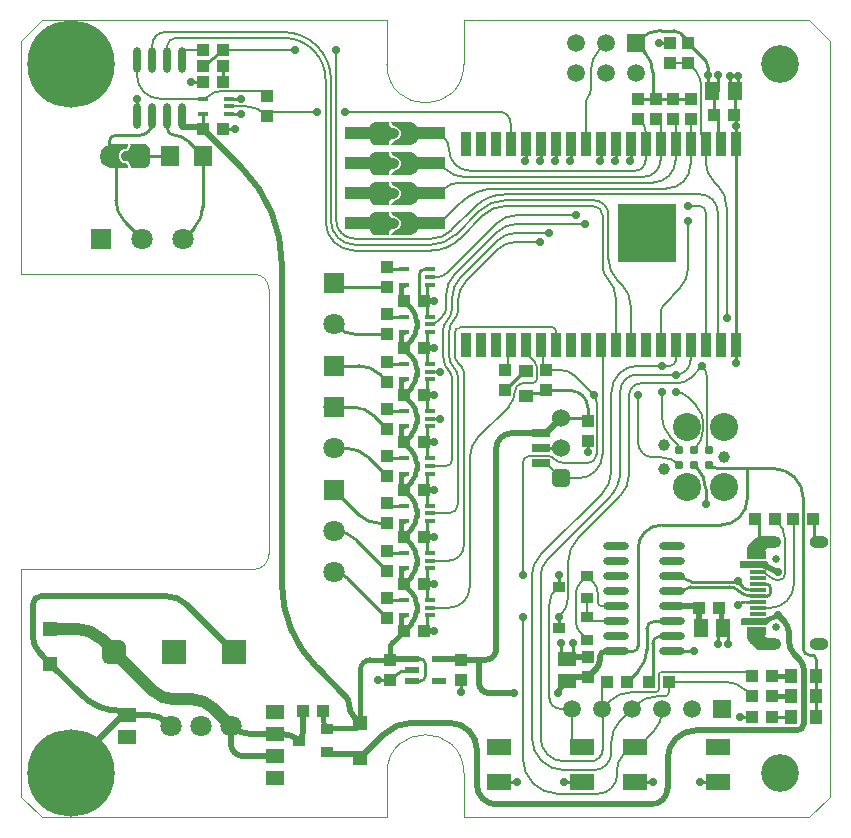
<source format=gtl>
G04*
G04 #@! TF.GenerationSoftware,Altium Limited,Altium Designer,24.4.0 (9)*
G04*
G04 Layer_Physical_Order=1*
G04 Layer_Color=3394611*
%FSLAX25Y25*%
%MOIN*%
G70*
G04*
G04 #@! TF.SameCoordinates,65D136BF-7807-4BE3-8BD7-7ED8223B60D1*
G04*
G04*
G04 #@! TF.FilePolarity,Positive*
G04*
G01*
G75*
%ADD10C,0.00591*%
%ADD11C,0.00591*%
%ADD12C,0.01968*%
%ADD13C,0.00787*%
%ADD14C,0.00984*%
%ADD15C,0.00394*%
%ADD18R,0.07874X0.07874*%
%ADD19R,0.12205X0.03937*%
%ADD20R,0.04803X0.04921*%
%ADD21R,0.04331X0.03937*%
%ADD22R,0.03543X0.01575*%
%ADD23R,0.05709X0.01181*%
%ADD24R,0.05906X0.05118*%
%ADD25R,0.03937X0.04331*%
%ADD26O,0.08661X0.02362*%
%ADD27R,0.03937X0.05118*%
%ADD28R,0.05118X0.05906*%
%ADD29R,0.03937X0.03347*%
%ADD30R,0.03937X0.03347*%
%ADD31O,0.02362X0.08661*%
%ADD32R,0.05906X0.03150*%
%ADD33R,0.07874X0.05512*%
%ADD34R,0.04528X0.02362*%
%ADD35R,0.05118X0.03937*%
%ADD36R,0.06299X0.07087*%
%ADD37R,0.03543X0.07874*%
%ADD79C,0.01575*%
%ADD80C,0.03937*%
%ADD81C,0.03098*%
%ADD82C,0.01968*%
%ADD83R,0.01575X0.03937*%
%ADD84R,0.19685X0.19685*%
%ADD85C,0.09350*%
%ADD86C,0.03902*%
%ADD87C,0.02559*%
%ADD88O,0.08268X0.03937*%
%ADD89O,0.06299X0.03937*%
%ADD90R,0.07087X0.07087*%
%ADD91C,0.07087*%
%ADD92C,0.29134*%
%ADD93R,0.07087X0.07087*%
%ADD94R,0.05906X0.05906*%
%ADD95C,0.05906*%
G04:AMPARAMS|DCode=96|XSize=78.74mil|YSize=78.74mil|CornerRadius=19.68mil|HoleSize=0mil|Usage=FLASHONLY|Rotation=180.000|XOffset=0mil|YOffset=0mil|HoleType=Round|Shape=RoundedRectangle|*
%AMROUNDEDRECTD96*
21,1,0.07874,0.03937,0,0,180.0*
21,1,0.03937,0.07874,0,0,180.0*
1,1,0.03937,-0.01968,0.01968*
1,1,0.03937,0.01968,0.01968*
1,1,0.03937,0.01968,-0.01968*
1,1,0.03937,-0.01968,-0.01968*
%
%ADD96ROUNDEDRECTD96*%
%ADD97R,0.05906X0.05906*%
G04:AMPARAMS|DCode=98|XSize=60mil|YSize=60mil|CornerRadius=15mil|HoleSize=0mil|Usage=FLASHONLY|Rotation=270.000|XOffset=0mil|YOffset=0mil|HoleType=Round|Shape=RoundedRectangle|*
%AMROUNDEDRECTD98*
21,1,0.06000,0.03000,0,0,270.0*
21,1,0.03000,0.06000,0,0,270.0*
1,1,0.03000,-0.01500,-0.01500*
1,1,0.03000,-0.01500,0.01500*
1,1,0.03000,0.01500,0.01500*
1,1,0.03000,0.01500,-0.01500*
%
%ADD98ROUNDEDRECTD98*%
%ADD99C,0.06000*%
%ADD100C,0.12598*%
%ADD101C,0.02756*%
G36*
X122716Y231968D02*
X122677Y231624D01*
X122772Y230939D01*
X123090Y230325D01*
X123593Y229851D01*
X123898Y229685D01*
X124269Y229759D01*
X125004Y229576D01*
X125590Y229095D01*
X125915Y228410D01*
X125915Y227653D01*
X125590Y226968D01*
X125004Y226487D01*
X124269Y226304D01*
X123898Y226378D01*
X123590Y226207D01*
X123083Y225724D01*
X122766Y225100D01*
X122674Y224405D01*
X122717Y224056D01*
X121437Y224056D01*
X118386Y224095D01*
X117959D01*
X117170Y224421D01*
X116567Y225025D01*
X116240Y225813D01*
Y226240D01*
Y228031D01*
Y229823D01*
Y230250D01*
X116567Y231038D01*
X117170Y231642D01*
X117959Y231968D01*
X121437D01*
X122716Y231968D01*
D02*
G37*
G36*
X130099Y231818D02*
X130812Y231523D01*
X131454Y231094D01*
X132000Y230548D01*
X132428Y229907D01*
X132723Y229194D01*
X132874Y228437D01*
Y228051D01*
Y227661D01*
X132722Y226897D01*
X132424Y226177D01*
X131991Y225529D01*
X131440Y224978D01*
X130791Y224545D01*
X130071Y224247D01*
X129307Y224095D01*
X126555D01*
X123507Y224095D01*
X123501Y224352D01*
X123648Y224844D01*
X123938Y225268D01*
X124345Y225582D01*
X124587Y225669D01*
X124587Y225669D01*
X125006Y225761D01*
X125764Y226161D01*
X126330Y226803D01*
X126633Y227603D01*
X126633Y228460D01*
X126330Y229260D01*
X125764Y229902D01*
X125007Y230302D01*
X124587Y230394D01*
X124587Y230394D01*
X124345Y230481D01*
X123938Y230795D01*
X123648Y231219D01*
X123502Y231712D01*
X123507Y231968D01*
X123507Y231968D01*
X126555Y231968D01*
X129342D01*
X130099Y231818D01*
D02*
G37*
G36*
X122717Y224056D02*
X122717D01*
D01*
X122717D01*
D02*
G37*
G36*
X37795Y224448D02*
X40846Y224410D01*
X41273D01*
X42062Y224083D01*
X42665Y223479D01*
X42992Y222691D01*
Y222264D01*
X42992D01*
X42992Y220472D01*
X42992Y218681D01*
X42992D01*
Y218254D01*
X42665Y217466D01*
X42062Y216862D01*
X41273Y216535D01*
X37795D01*
X37795Y216535D01*
Y216535D01*
X36516D01*
X36556Y216880D01*
X36460Y217565D01*
X36143Y218179D01*
X35639Y218653D01*
X35335Y218819D01*
X35335Y218819D01*
X34963Y218745D01*
X34228Y218928D01*
X33642Y219409D01*
X33318Y220094D01*
X33318Y220851D01*
X33642Y221536D01*
X34228Y222017D01*
X34963Y222200D01*
X35335Y222126D01*
Y222126D01*
X35642Y222297D01*
X36149Y222780D01*
X36467Y223404D01*
X36559Y224099D01*
X36516Y224448D01*
Y224448D01*
X37795Y224448D01*
D02*
G37*
G36*
X35725Y224409D02*
X35731Y224152D01*
X35585Y223660D01*
X35294Y223236D01*
X34887Y222922D01*
X34646Y222835D01*
X34646Y222835D01*
X34226Y222743D01*
X33469Y222343D01*
X32902Y221701D01*
X32599Y220901D01*
X32599Y220044D01*
X32902Y219244D01*
X33469Y218602D01*
X34226Y218202D01*
X34646Y218110D01*
X34646Y218110D01*
X34887Y218023D01*
X35294Y217709D01*
X35584Y217285D01*
X35731Y216792D01*
X35725Y216536D01*
X35725Y216536D01*
X32677Y216535D01*
X29949D01*
X29192Y216686D01*
X28479Y216981D01*
X27837Y217410D01*
X27292Y217956D01*
X26863Y218597D01*
X26568Y219310D01*
X26417Y220067D01*
Y220453D01*
Y220843D01*
X26569Y221607D01*
X26868Y222327D01*
X27301Y222975D01*
X27852Y223526D01*
X28500Y223959D01*
X29220Y224257D01*
X29984Y224410D01*
X32677D01*
X35725Y224409D01*
D02*
G37*
G36*
X122716Y221969D02*
X122677Y221624D01*
X122772Y220939D01*
X123090Y220325D01*
X123593Y219851D01*
X123898Y219685D01*
X124269Y219759D01*
X125004Y219576D01*
X125590Y219095D01*
X125915Y218410D01*
X125915Y217653D01*
X125590Y216968D01*
X125004Y216487D01*
X124269Y216304D01*
X123898Y216378D01*
X123590Y216207D01*
X123083Y215724D01*
X122766Y215100D01*
X122674Y214405D01*
X122717Y214056D01*
X121437Y214056D01*
X118386Y214094D01*
X117959D01*
X117170Y214421D01*
X116567Y215025D01*
X116240Y215813D01*
Y216240D01*
Y218032D01*
Y219823D01*
Y220250D01*
X116567Y221038D01*
X117170Y221642D01*
X117959Y221969D01*
X121437D01*
X122716Y221969D01*
D02*
G37*
G36*
X130099Y221818D02*
X130812Y221523D01*
X131454Y221094D01*
X132000Y220548D01*
X132428Y219907D01*
X132723Y219194D01*
X132874Y218437D01*
Y218051D01*
Y217661D01*
X132722Y216897D01*
X132424Y216177D01*
X131991Y215529D01*
X131440Y214978D01*
X130791Y214545D01*
X130071Y214247D01*
X129307Y214094D01*
X126555D01*
X123507Y214095D01*
X123501Y214352D01*
X123648Y214844D01*
X123938Y215268D01*
X124345Y215582D01*
X124587Y215669D01*
X124587Y215669D01*
X125006Y215761D01*
X125764Y216161D01*
X126330Y216803D01*
X126633Y217603D01*
X126633Y218460D01*
X126330Y219260D01*
X125764Y219902D01*
X125007Y220302D01*
X124587Y220394D01*
X124587Y220394D01*
X124345Y220481D01*
X123938Y220795D01*
X123648Y221219D01*
X123502Y221711D01*
X123507Y221968D01*
X123507Y221968D01*
X126555Y221969D01*
X129342D01*
X130099Y221818D01*
D02*
G37*
G36*
X122717Y214056D02*
X122717D01*
D01*
X122717D01*
D02*
G37*
G36*
X122716Y211968D02*
X122677Y211624D01*
X122772Y210939D01*
X123090Y210325D01*
X123593Y209851D01*
X123898Y209685D01*
X124269Y209759D01*
X125004Y209576D01*
X125590Y209095D01*
X125915Y208410D01*
X125915Y207653D01*
X125590Y206968D01*
X125004Y206487D01*
X124269Y206304D01*
X123898Y206378D01*
X123590Y206207D01*
X123083Y205724D01*
X122766Y205100D01*
X122674Y204405D01*
X122717Y204056D01*
X121437Y204056D01*
X118386Y204095D01*
X117959D01*
X117170Y204421D01*
X116567Y205025D01*
X116240Y205813D01*
Y206240D01*
Y208032D01*
Y209823D01*
Y210250D01*
X116567Y211038D01*
X117170Y211642D01*
X117959Y211968D01*
X121437D01*
X122716Y211968D01*
D02*
G37*
G36*
X130099Y211818D02*
X130812Y211523D01*
X131454Y211094D01*
X132000Y210548D01*
X132428Y209907D01*
X132723Y209194D01*
X132874Y208437D01*
Y208051D01*
Y207662D01*
X132722Y206897D01*
X132424Y206177D01*
X131991Y205529D01*
X131440Y204978D01*
X130791Y204545D01*
X130071Y204247D01*
X129307Y204095D01*
X126555D01*
X123507Y204095D01*
X123501Y204351D01*
X123648Y204844D01*
X123938Y205268D01*
X124345Y205582D01*
X124587Y205669D01*
X124587Y205669D01*
X125006Y205761D01*
X125764Y206161D01*
X126330Y206803D01*
X126633Y207603D01*
X126633Y208459D01*
X126330Y209260D01*
X125764Y209902D01*
X125007Y210302D01*
X124587Y210394D01*
X124587Y210394D01*
X124345Y210481D01*
X123938Y210795D01*
X123648Y211219D01*
X123502Y211712D01*
X123507Y211968D01*
X123507Y211968D01*
X126555Y211968D01*
X129342D01*
X130099Y211818D01*
D02*
G37*
G36*
X122717Y204056D02*
X122717D01*
D01*
X122717D01*
D02*
G37*
G36*
X122716Y201969D02*
X122677Y201624D01*
X122772Y200939D01*
X123090Y200325D01*
X123593Y199851D01*
X123898Y199685D01*
X124269Y199759D01*
X125004Y199576D01*
X125590Y199095D01*
X125915Y198410D01*
X125915Y197653D01*
X125590Y196968D01*
X125004Y196487D01*
X124269Y196304D01*
X123898Y196378D01*
X123590Y196207D01*
X123083Y195724D01*
X122766Y195100D01*
X122674Y194405D01*
X122717Y194056D01*
X121437Y194056D01*
X118386Y194095D01*
X117959D01*
X117170Y194421D01*
X116567Y195025D01*
X116240Y195813D01*
Y196240D01*
Y198031D01*
Y199823D01*
Y200250D01*
X116567Y201038D01*
X117170Y201642D01*
X117959Y201969D01*
X121437D01*
X122716Y201969D01*
D02*
G37*
G36*
X130099Y201818D02*
X130812Y201523D01*
X131454Y201094D01*
X132000Y200548D01*
X132428Y199907D01*
X132723Y199194D01*
X132874Y198437D01*
Y198051D01*
Y197661D01*
X132722Y196897D01*
X132424Y196177D01*
X131991Y195529D01*
X131440Y194978D01*
X130791Y194545D01*
X130071Y194246D01*
X129307Y194095D01*
X128524D01*
Y194095D01*
X126555D01*
X123507Y194095D01*
X123501Y194351D01*
X123648Y194844D01*
X123938Y195268D01*
X124345Y195582D01*
X124587Y195669D01*
X124587Y195669D01*
X125006Y195761D01*
X125764Y196161D01*
X126330Y196803D01*
X126633Y197603D01*
X126633Y198459D01*
X126330Y199260D01*
X125764Y199902D01*
X125007Y200302D01*
X124587Y200394D01*
X124587Y200394D01*
X124345Y200481D01*
X123938Y200795D01*
X123648Y201219D01*
X123502Y201712D01*
X123507Y201968D01*
X123507Y201968D01*
X126555Y201969D01*
X128524D01*
Y201969D01*
X129342D01*
X130099Y201818D01*
D02*
G37*
G36*
X122717Y194056D02*
X122717D01*
D01*
X122717D01*
D02*
G37*
G36*
X251706Y93401D02*
X252259Y92847D01*
X252559Y92124D01*
Y91732D01*
Y91341D01*
X252259Y90617D01*
X251706Y90064D01*
X250982Y89764D01*
X250590D01*
X249409Y89764D01*
X249102Y89733D01*
X248534Y89498D01*
X248100Y89064D01*
X247865Y88496D01*
X247835Y88189D01*
Y86221D01*
X241929D01*
Y87930D01*
Y88460D01*
X242136Y89499D01*
X242541Y90477D01*
X243129Y91358D01*
X243504Y91732D01*
X243504D01*
X244916Y93144D01*
X245048Y93276D01*
X245359Y93484D01*
X245705Y93628D01*
X246073Y93701D01*
X250982D01*
X251706Y93401D01*
D02*
G37*
G36*
X249803Y83943D02*
Y83071D01*
X239567D01*
Y85433D01*
X248622D01*
X249803Y83943D01*
D02*
G37*
G36*
X249699Y65533D02*
X248622Y64173D01*
X240354D01*
X239961Y64567D01*
Y66142D01*
X240354Y66535D01*
X249699D01*
Y65533D01*
D02*
G37*
G36*
X247835Y61417D02*
X247865Y61110D01*
X248100Y60542D01*
X248534Y60108D01*
X249102Y59873D01*
X249409Y59842D01*
X250590D01*
Y59842D01*
X250982D01*
X251706Y59543D01*
X252259Y58989D01*
X252559Y58266D01*
Y57874D01*
Y57482D01*
X252259Y56759D01*
X251706Y56205D01*
X250982Y55905D01*
X246073D01*
X245705Y55979D01*
X245359Y56122D01*
X245048Y56330D01*
X244916Y56462D01*
X243504Y57874D01*
X243504Y57874D01*
X243129Y58249D01*
X242541Y59129D01*
X242136Y60108D01*
X241929Y61146D01*
Y61676D01*
Y63386D01*
X247835D01*
Y61417D01*
D02*
G37*
D10*
X214612Y171305D02*
G03*
X213221Y167945I3360J-3360D01*
G01*
X219512Y176205D02*
G03*
X222441Y183276I-7071J7071D01*
G01*
X165354Y197835D02*
G03*
X158633Y195051I0J-9505D01*
G01*
X144661Y181079D02*
G03*
X141732Y174007I7071J-7071D01*
G01*
X140656Y167230D02*
G03*
X141732Y169830I-2600J2600D01*
G01*
X136221Y164370D02*
G03*
X138909Y165484I0J3802D01*
G01*
X165354Y191929D02*
G03*
X158633Y189145I0J-9505D01*
G01*
X148598Y179110D02*
G03*
X145669Y172039I7071J-7071D01*
G01*
X144618Y166272D02*
G03*
X145669Y168809I-2538J2538D01*
G01*
Y146822D02*
G03*
X144397Y149895I-4345J0D01*
G01*
X144618Y166272D02*
G03*
X142717Y161681I4591J-4591D01*
G01*
Y153951D02*
G03*
X144397Y149895I5737J0D01*
G01*
X142717Y101378D02*
G03*
X145669Y104331I0J2953D01*
G01*
X165354Y194882D02*
G03*
X158633Y192098I0J-9505D01*
G01*
X146630Y180094D02*
G03*
X143701Y173023I7071J-7071D01*
G01*
X142163Y165785D02*
G03*
X140748Y162369I3417J-3417D01*
G01*
X143701Y146246D02*
G03*
X142510Y149121I-4065J-0D01*
G01*
X141732Y117126D02*
G03*
X143701Y119095I0J1969D01*
G01*
X165354Y200787D02*
G03*
X158633Y198003I0J-9505D01*
G01*
X138583Y180118D02*
G03*
X142279Y181649I0J5228D01*
G01*
X142366Y165999D02*
G03*
X143701Y169497I-3914J3498D01*
G01*
X142163Y165785D02*
G03*
X142366Y165999I-3712J3712D01*
G01*
X140748Y153786D02*
G03*
X141322Y150898I7545J-0D01*
G01*
D02*
G03*
X142510Y149121I5062J2097D01*
G01*
X178220Y162402D02*
G03*
X177307Y163315I-913J0D01*
G01*
X146280D02*
G03*
X144685Y161720I0J-1595D01*
G01*
X147638Y148622D02*
G03*
X146942Y150302I-2376J0D01*
G01*
X144685Y153951D02*
G03*
X145669Y151575I3360J0D01*
G01*
X142717Y85630D02*
G03*
X147638Y90551I0J4921D01*
G01*
X142717Y69882D02*
G03*
X149606Y76772I0J6890D01*
G01*
X152535Y126945D02*
G03*
X149606Y119874I7071J-7071D01*
G01*
X162571Y136980D02*
G03*
X164642Y141982I-5002J5001D01*
G01*
X165354Y143701D02*
G03*
X164642Y141982I1719J-1719D01*
G01*
X168206Y144882D02*
G03*
X165354Y143701I0J-4033D01*
G01*
X170669Y144882D02*
G03*
X172044Y146257I0J1375D01*
G01*
X171291Y151933D02*
G03*
X171291Y151934I-1819J-1818D01*
G01*
X172044Y150116D02*
G03*
X171291Y151933I-2572J0D01*
G01*
X168220Y157480D02*
G03*
X169971Y153253I5978J0D01*
G01*
X191929Y138372D02*
G03*
X190945Y140748I-3360J0D01*
G01*
X205709Y125000D02*
G03*
X210630Y120079I4921J0D01*
G01*
X188922Y118110D02*
G03*
X191929Y121117I0J3007D01*
G01*
X184216Y147476D02*
G03*
X180500Y149016I-3717J-3717D01*
G01*
X219409Y117578D02*
G03*
X213371Y120079I-6039J-6039D01*
G01*
X177215Y120029D02*
G03*
X176009Y120529I-1206J-1206D01*
G01*
X169545D02*
G03*
X167323Y118307I0J-2222D01*
G01*
X176181Y39831D02*
G03*
X179791Y36220I3610J0D01*
G01*
X178552Y76463D02*
G03*
X176181Y70982I5150J-5481D01*
G01*
X190816Y78475D02*
G03*
X190816Y78476I-3574J-3573D01*
G01*
X192296Y74902D02*
G03*
X190816Y78475I-5054J0D01*
G01*
X192296Y71791D02*
G03*
X193752Y70335I1457J0D01*
G01*
X188779Y66732D02*
G03*
X190134Y65378I1354J0D01*
G01*
X185039Y64928D02*
G03*
X186380Y61690I4578J0D01*
G01*
X186431Y78164D02*
G03*
X185039Y74803I3360J-3360D01*
G01*
X213695Y48612D02*
G03*
X212676Y47593I0J-1019D01*
G01*
X243701Y47244D02*
G03*
X242333Y48612I-1368J0D01*
G01*
X211523Y41730D02*
G03*
X212676Y42883I0J1153D01*
G01*
X203392Y41730D02*
G03*
X196321Y38801I0J-10000D01*
G01*
X195472Y45275D02*
G03*
X193740Y43543I0J-1732D01*
G01*
X214567Y40354D02*
G03*
X215945Y41733I0J1378D01*
G01*
X212016Y40354D02*
G03*
X204945Y37425I0J-10000D01*
G01*
X241707Y42347D02*
G03*
X234636Y45276I-7071J-7071D01*
G01*
X213583Y133914D02*
G03*
X216512Y126843I10000J0D01*
G01*
X219409Y122578D02*
G03*
X218442Y124913I-3303J0D01*
G01*
X218504Y147638D02*
G03*
X223220Y152354I0J4717D01*
G01*
X222233Y140188D02*
G03*
X218504Y141732I-3729J-3729D01*
G01*
X218706Y144685D02*
G03*
X223417Y146646I0J6640D01*
G01*
X227487Y131290D02*
G03*
X224910Y137511I-8798J0D01*
G01*
X228709Y146668D02*
G03*
X227165Y150394I-5270J0D01*
G01*
X227362Y225597D02*
G03*
X228221Y224410I4118J2073D01*
G01*
X226870Y227670D02*
G03*
X227362Y225597I4611J0D01*
G01*
X235236Y203535D02*
G03*
X232307Y210606I-10000J0D01*
G01*
X228221Y218835D02*
G03*
X231149Y211764I10000J0D01*
G01*
X226870Y243004D02*
G03*
X226378Y246102I-10000J0D01*
G01*
D02*
G03*
X223941Y250075I-9508J-3098D01*
G01*
X206693Y144685D02*
G03*
X202756Y140748I0J-3937D01*
G01*
X199827Y107307D02*
G03*
X202756Y114378I-7071J7071D01*
G01*
X210811Y28528D02*
G03*
X213740Y35599I-7071J7071D01*
G01*
X204724Y23622D02*
G03*
X202946Y22885I0J-2516D01*
G01*
X200509Y20448D02*
G03*
X198819Y16368I4080J-4080D01*
G01*
X167323Y19624D02*
G03*
X179073Y7874I11750J0D01*
G01*
X192276D02*
G03*
X198819Y14417I0J6543D01*
G01*
X224558Y122726D02*
G03*
X227487Y129797I-7071J7071D01*
G01*
X228709Y124269D02*
G03*
X229409Y122578I2392J-0D01*
G01*
X228221Y201898D02*
G03*
X226378Y203740I-1843J0D01*
G01*
X232283Y201879D02*
G03*
X226485Y207677I-5798J0D01*
G01*
X177601Y119643D02*
G03*
X181303Y118110I3703J3704D01*
G01*
X192890Y256039D02*
G03*
X189961Y248968I7071J-7071D01*
G01*
X188976Y240158D02*
G03*
X188221Y238333I1825J-1825D01*
G01*
X188976Y240158D02*
G03*
X189961Y242534I-2376J2376D01*
G01*
X198221Y173450D02*
G03*
X195866Y179134I-8038J0D01*
G01*
X193898Y183886D02*
G03*
X195866Y179134I6721J0D01*
G01*
X193898Y200787D02*
G03*
X190945Y203740I-2953J0D01*
G01*
X203221Y170795D02*
G03*
X200437Y177516I-9505J0D01*
G01*
X195866Y186229D02*
G03*
X198795Y179158I10000J0D01*
G01*
X195866Y200787D02*
G03*
X190945Y205709I-4921J0D01*
G01*
X105118Y199016D02*
G03*
X111221Y192913I6102J0D01*
G01*
X161285Y207677D02*
G03*
X151430Y203595I0J-13937D01*
G01*
X136811Y192913D02*
G03*
X143532Y195697I0J9505D01*
G01*
X48228Y261811D02*
G03*
X43760Y257343I0J-4468D01*
G01*
X103371Y198794D02*
G03*
X111221Y190945I7849J0D01*
G01*
X103371Y245927D02*
G03*
X87488Y261811I-15884J0D01*
G01*
X161285Y205709D02*
G03*
X152822Y202203I0J-11969D01*
G01*
X136811Y190945D02*
G03*
X144924Y194305I0J11473D01*
G01*
X51580Y259842D02*
G03*
X48760Y257023I0J-2820D01*
G01*
X101575Y198622D02*
G03*
X111221Y188976I9646J0D01*
G01*
X101575Y245943D02*
G03*
X87675Y259842I-13900J0D01*
G01*
X161285Y203740D02*
G03*
X154214Y200811I0J-10000D01*
G01*
X136811Y188976D02*
G03*
X146316Y192913I0J13442D01*
G01*
X158304Y209646D02*
G03*
X146481Y204748I0J-16721D01*
G01*
X215189Y209646D02*
G03*
X223220Y217677I0J8032D01*
G01*
X146064Y211614D02*
G03*
X141215Y209606I0J-6857D01*
G01*
X210630Y211614D02*
G03*
X218220Y219205I0J7591D01*
G01*
X141615Y216028D02*
G03*
X147518Y213583I5903J5903D01*
G01*
X207677Y213583D02*
G03*
X213221Y219126I0J5543D01*
G01*
X142750Y222576D02*
G03*
X149775Y215551I7025J-0D01*
G01*
X204724Y215551D02*
G03*
X208221Y219047I0J3496D01*
G01*
X254724Y92666D02*
G03*
X251624Y99126I-8279J-0D01*
G01*
X252756Y79134D02*
G03*
X254724Y81102I0J1969D01*
G01*
X249674Y80247D02*
G03*
X252362Y79134I2688J2688D01*
G01*
X249606Y80315D02*
G03*
X246280Y81693I-3327J-3327D01*
G01*
X249789Y69882D02*
G03*
X257678Y77770I0J7888D01*
G01*
X136980Y198031D02*
G03*
X141732Y200000I0J6721D01*
G01*
X142750Y222576D02*
G03*
X141060Y226656I-5770J0D01*
G01*
X141060Y226656D02*
G03*
X137740Y228031I-3320J-3320D01*
G01*
X141615Y216028D02*
G03*
X136777Y218032I-4838J-4838D01*
G01*
X137414Y208032D02*
G03*
X141215Y209606I0J5375D01*
G01*
X163228Y231457D02*
G03*
X159449Y235236I-3779J0D01*
G01*
X81715Y234121D02*
G03*
X75288Y237008I-6427J-5711D01*
G01*
X66678Y242126D02*
G03*
X62560Y240420I0J-5824D01*
G01*
X60630Y239567D02*
G03*
X62468Y240328I0J2600D01*
G01*
X38760Y247207D02*
G03*
X46400Y239567I7640J0D01*
G01*
X186000Y93480D02*
G03*
X182283Y84508I8972J-8972D01*
G01*
X180142Y67740D02*
G03*
X182283Y72910I-5170J5170D01*
G01*
X205369Y147638D02*
G03*
X199803Y142072I0J-5566D01*
G01*
X205709Y150591D02*
G03*
X196850Y141732I0J-8858D01*
G01*
X216516Y150591D02*
G03*
X218220Y152295I0J1704D01*
G01*
X175551Y85984D02*
G03*
X173228Y80376I5608J-5608D01*
G01*
X193634Y107835D02*
G03*
X196850Y115601I-7766J7766D01*
G01*
X195967Y106400D02*
G03*
X199803Y115662I-9262J9262D01*
G01*
X173205Y87406D02*
G03*
X170276Y80335I7071J-7071D01*
G01*
X185690Y113031D02*
G03*
X193898Y121239I0J8207D01*
G01*
X199779Y32260D02*
G03*
X196850Y25189I7071J-7071D01*
G01*
X190945Y15748D02*
G03*
X196850Y21654I0J5906D01*
G01*
X189961Y18701D02*
G03*
X193898Y22638I0J3937D01*
G01*
X173228Y26575D02*
G03*
X181102Y18701I7874J0D01*
G01*
X170276Y26732D02*
G03*
X181260Y15748I10984J0D01*
G01*
X207799Y230587D02*
G03*
X207213Y231370I-3019J-1650D01*
G01*
X208221Y228937D02*
G03*
X207799Y230587I-3441J0D01*
G01*
X213221Y157480D02*
Y167945D01*
X214612Y171305D02*
X219512Y176205D01*
X222441Y183276D02*
Y198819D01*
X165354Y197835D02*
X187992D01*
X144661Y181079D02*
X158633Y195051D01*
X141732Y169830D02*
Y174007D01*
X138909Y165484D02*
X140656Y167230D01*
X165354Y191929D02*
X173228D01*
X148598Y179110D02*
X158633Y189145D01*
X145669Y168809D02*
Y172039D01*
Y104331D02*
Y146822D01*
X142717Y153951D02*
Y161681D01*
X138779Y101378D02*
X142717D01*
X165354Y194882D02*
X176181D01*
X146630Y180094D02*
X158633Y192098D01*
X143701Y169497D02*
Y173023D01*
Y119095D02*
Y146246D01*
X140748Y153786D02*
Y162369D01*
X136221Y117126D02*
X141732D01*
X165354Y200787D02*
X185039D01*
X136221Y180118D02*
X138583D01*
X142279Y181649D02*
X158633Y198003D01*
X136221Y132874D02*
X139764D01*
X136221Y148622D02*
X139764D01*
X178220Y157480D02*
Y162402D01*
X146280Y163315D02*
X177307D01*
X147638Y90551D02*
Y148622D01*
X146942Y150302D02*
X146942Y150302D01*
X145669Y151575D02*
X146942Y150302D01*
X144685Y153951D02*
Y161720D01*
X138779Y101378D02*
Y101378D01*
X136221D02*
X138779D01*
X136221Y85630D02*
X142717D01*
X136221Y69882D02*
X142717D01*
X149606Y76772D02*
Y119874D01*
X152535Y126945D02*
X162571Y136980D01*
X168206Y144882D02*
X170669D01*
X172044Y146257D02*
Y150116D01*
X171291Y151934D02*
X171291Y151933D01*
X169971Y153253D02*
X171291Y151934D01*
X205709Y125000D02*
Y140748D01*
X184216Y147476D02*
X190945Y140748D01*
X210630Y120079D02*
X213371D01*
X191929Y121117D02*
Y138372D01*
X181303Y118110D02*
X188922D01*
X179791Y36220D02*
X183740D01*
X175197Y149016D02*
X180500D01*
X169545Y120529D02*
X176009D01*
X177215Y120029D02*
X177601Y119643D01*
X178552Y76463D02*
X179331Y76772D01*
X178552Y76463D02*
X178552D01*
X167323Y80709D02*
Y118307D01*
X176181Y39831D02*
Y70982D01*
X188779Y80512D02*
X190816Y78476D01*
X192296Y71791D02*
Y74902D01*
X193752Y70335D02*
X198228D01*
X198185Y65378D02*
X198228Y65335D01*
X190134Y65378D02*
X198185D01*
X186380Y61651D02*
Y61690D01*
X185039Y64928D02*
Y74803D01*
X186380Y61651D02*
X188779Y59252D01*
X186431Y78164D02*
X188779Y80512D01*
Y66732D02*
Y73032D01*
X188779D01*
X213695Y48612D02*
X242333D01*
X212676Y42883D02*
Y47593D01*
X203392Y41730D02*
X211523D01*
X193740Y36220D02*
Y43543D01*
Y36220D02*
X196321Y38801D01*
X193740Y36220D02*
X193898Y36063D01*
X215945Y45276D02*
X234636D01*
X212016Y40354D02*
X214567D01*
X199779Y32260D02*
X203740Y36220D01*
X204945Y37425D01*
X215945Y41733D02*
Y45276D01*
X241707Y42347D02*
X243701Y40354D01*
X213583Y133914D02*
Y141732D01*
Y150591D02*
X216516D01*
X205709D02*
X213583D01*
X216512Y126843D02*
X218442Y124913D01*
X205369Y147638D02*
X218504D01*
X223220Y152354D02*
Y157480D01*
X222233Y140188D02*
X224910Y137511D01*
X206693Y144685D02*
X218706D01*
X223417Y146646D02*
X227165Y150394D01*
X228221Y218835D02*
Y224410D01*
X231149Y211764D02*
X232307Y210606D01*
X222441Y251574D02*
X223941Y250075D01*
X226870Y227670D02*
Y243004D01*
X235236Y166339D02*
Y203535D01*
X202756Y114378D02*
Y140748D01*
X186000Y93480D02*
X199827Y107307D01*
X205906Y23622D02*
X210811Y28528D01*
X204724Y23622D02*
X205906D01*
X200509Y20448D02*
X202946Y22885D01*
X167323Y19624D02*
Y66929D01*
X198819Y14417D02*
Y16368D01*
X179073Y7874D02*
X192276D01*
X227487Y129797D02*
Y131290D01*
X224410Y122578D02*
X224558Y122726D01*
X228709Y124269D02*
Y146668D01*
X222441Y203740D02*
X226378D01*
X228221Y157480D02*
Y201898D01*
X232283Y158417D02*
Y201879D01*
X161285Y207677D02*
X226485D01*
X173221Y157480D02*
X174205Y156496D01*
Y150008D02*
Y156496D01*
X162402Y150001D02*
Y156653D01*
X163228Y157480D01*
X161417Y149016D02*
X162402Y150001D01*
X174205Y150008D02*
X175197Y149016D01*
X192890Y256039D02*
X194882Y258032D01*
X189961Y242534D02*
Y248968D01*
X188221Y224410D02*
Y238333D01*
X198221Y157480D02*
Y173450D01*
X193898Y183886D02*
Y200787D01*
X161285Y203740D02*
X190945D01*
X203221Y157480D02*
Y170795D01*
X198795Y179158D02*
X200437Y177516D01*
X195866Y186229D02*
Y200787D01*
X161285Y205709D02*
X190945D01*
X105118Y199016D02*
Y255906D01*
X111221Y192913D02*
X136811D01*
X143532Y195697D02*
X151430Y203595D01*
X111221Y190945D02*
X136811D01*
X48228Y261811D02*
X87488D01*
X43760Y252559D02*
Y257343D01*
X103371Y198794D02*
Y245927D01*
X111221Y188976D02*
X136811D01*
X51580Y259842D02*
X87675D01*
X48760Y252559D02*
Y257023D01*
X101575Y198622D02*
Y245943D01*
X146316Y192913D02*
X154214Y200811D01*
X232283Y158417D02*
X233221Y157480D01*
X67323Y255906D02*
X91338D01*
X91339Y255906D01*
X144924Y194305D02*
X152822Y202203D01*
X158304Y209646D02*
X215189D01*
X146064Y211614D02*
X210630Y211614D01*
X147518Y213583D02*
X207677Y213583D01*
X149775Y215551D02*
X204724Y215551D01*
X245876Y81693D02*
X245876Y81693D01*
X244892Y81693D02*
X245876D01*
X251378Y99212D02*
Y99409D01*
Y99212D02*
X251378Y99212D01*
X251624Y99126D01*
X254724Y81102D02*
Y92666D01*
X252362Y79134D02*
X252756D01*
X249606Y80315D02*
X249674Y80247D01*
X244892Y81693D02*
X246280D01*
X257678Y77770D02*
Y99213D01*
X244892Y69882D02*
X249789D01*
X141732Y200000D02*
X146481Y204748D01*
X129764Y198031D02*
X135433D01*
X136980D01*
X135433Y228031D02*
X137740D01*
X135433Y218032D02*
X136777D01*
X135433Y208032D02*
X137414D01*
X108071Y235236D02*
X159449D01*
X81889D02*
X98622D01*
X163228Y224410D02*
Y231457D01*
X69291Y237008D02*
X75288D01*
X81715Y234121D02*
X81715Y234121D01*
X81889Y233662D01*
Y235236D01*
X66678Y242126D02*
X81156D01*
X81156Y242126D02*
X81889Y240355D01*
X62468Y240328D02*
X62560Y240420D01*
X46400Y239567D02*
X60630D01*
X53760Y255906D02*
X60630D01*
X53760Y252559D02*
Y255906D01*
X38760Y247207D02*
Y252559D01*
X218220Y152295D02*
Y157480D01*
X180118Y113031D02*
X185690D01*
X182283Y72910D02*
Y84508D01*
X179331Y66929D02*
X180142Y67740D01*
X175551Y85984D02*
X195967Y106400D01*
X173228Y26575D02*
Y80376D01*
X173205Y87406D02*
X193634Y107835D01*
X196850Y115601D02*
Y141732D01*
X199803Y115662D02*
Y142072D01*
X170276Y26732D02*
Y80335D01*
X193898Y121239D02*
Y156803D01*
X213740Y35599D02*
Y36220D01*
X196850Y21654D02*
Y25189D01*
X181260Y15748D02*
X190945D01*
X181102Y18701D02*
X189961D01*
X193898Y22638D02*
Y36063D01*
X183740Y26083D02*
Y36220D01*
X193220Y157480D02*
X193898Y156803D01*
X223220Y217677D02*
Y224410D01*
X218220D02*
Y232173D01*
Y219205D02*
Y224410D01*
X213221Y224410D02*
Y231268D01*
Y219126D02*
Y224410D01*
X208221Y224410D02*
Y228937D01*
Y219047D02*
Y224410D01*
X205709Y232874D02*
X207213Y231370D01*
X211614Y232874D02*
X213221Y231268D01*
X217520Y232874D02*
X218220Y232173D01*
X223220Y224410D02*
Y232669D01*
X223426Y232874D01*
X183740Y26083D02*
X186201Y23622D01*
X187008D01*
X216536Y251574D02*
X222441D01*
D11*
X146942Y150302D02*
D03*
X81156Y242126D02*
D03*
D12*
X130126Y31496D02*
G03*
X121207Y27802I0J-12614D01*
G01*
X60966Y229191D02*
G03*
X60630Y229330I-336J-338D01*
G01*
X87008Y184224D02*
G03*
X73625Y216532I-45691J-0D01*
G01*
X109449Y37402D02*
G03*
X108196Y40426I-4277J0D01*
G01*
X109449Y37402D02*
G03*
X111049Y33537I5465J0D01*
G01*
X20382Y40740D02*
G03*
X32876Y35565I12494J12494D01*
G01*
X3937Y60718D02*
G03*
X6435Y54687I8528J-0D01*
G01*
X92716Y25591D02*
G03*
X94094Y28916I-3326J3326D01*
G01*
X70039Y30512D02*
G03*
X76693Y27756I6653J6653D01*
G01*
X92716Y25591D02*
G03*
X87489Y27756I-5228J-5228D01*
G01*
X70039Y24449D02*
G03*
X74016Y20472I3976J0D01*
G01*
X179969Y43355D02*
G03*
X179134Y41339I2016J-2016D01*
G01*
X152559Y45276D02*
G03*
X156496Y41339I3937J0D01*
G01*
X182677Y53543D02*
G03*
X182087Y52953I0J-590D01*
G01*
X163465Y128032D02*
G03*
X158465Y123031I0J-5000D01*
G01*
X154922Y52559D02*
G03*
X158465Y56102I0J3543D01*
G01*
X146653Y52559D02*
G03*
X145703Y52953I-950J-950D01*
G01*
X87008Y77982D02*
G03*
X98582Y50040I39516J-0D01*
G01*
X35433Y34252D02*
G03*
X33383Y33403I0J-2899D01*
G01*
X18138Y18158D02*
G03*
X16732Y14764I3394J-3394D01*
G01*
X255906Y59237D02*
G03*
X258058Y54040I7350J0D01*
G01*
X260892Y49606D02*
G03*
X259760Y52338I-3863J0D01*
G01*
X258885Y29096D02*
G03*
X260892Y31102I0J2007D01*
G01*
X255906Y61984D02*
G03*
X254636Y65049I-4335J0D01*
G01*
X151969Y22638D02*
G03*
X143110Y31496I-8858J0D01*
G01*
X225119Y29096D02*
G03*
X215551Y19528I0J-9568D01*
G01*
X210039Y4331D02*
G03*
X215551Y9843I0J5512D01*
G01*
X151969Y11024D02*
G03*
X158661Y4331I6693J0D01*
G01*
X194813Y55335D02*
G03*
X192913Y53435I0J-1899D01*
G01*
X191939Y49812D02*
G03*
X192913Y52165I-2353J2353D01*
G01*
X49228Y31323D02*
G03*
X42157Y34252I-7071J-7071D01*
G01*
X55409Y70890D02*
G03*
X48338Y73819I-7071J-7071D01*
G01*
X6890D02*
G03*
X3937Y70866I0J-2953D01*
G01*
X113189Y19783D02*
X121207Y27802D01*
X60630Y229330D02*
X60630D01*
X53760Y230216D02*
X59969D01*
X60966Y229191D02*
X73625Y216532D01*
X111049Y33537D02*
X113189Y31398D01*
X87008Y77982D02*
Y184224D01*
X98582Y50040D02*
X108196Y40426D01*
X113189Y19536D02*
Y21260D01*
X102165D02*
X113189D01*
X102165D02*
Y21850D01*
X9843Y51279D02*
X20382Y40740D01*
X6435Y54687D02*
X9843Y51279D01*
X32876Y35565D02*
X34120D01*
X3937Y60718D02*
Y70866D01*
X84646Y27756D02*
X87489D01*
X76693D02*
X84646D01*
X70039Y24449D02*
Y30512D01*
X74016Y20472D02*
X84646D01*
X194813Y55335D02*
X198228D01*
X156496Y41339D02*
X164370D01*
X152559Y45276D02*
Y52559D01*
X179969Y43355D02*
X182087Y45472D01*
Y46850D02*
X188977D01*
X152559Y52559D02*
X154922D01*
X146653D02*
X152559D01*
X182677Y53543D02*
X188977D01*
X163465Y128032D02*
X173228D01*
X158465Y56102D02*
Y123031D01*
X139469Y52953D02*
X145703D01*
X35433Y34252D02*
X42157D01*
X34120Y35565D02*
X35433Y34252D01*
X18138Y18158D02*
X33383Y33403D01*
X255906Y59237D02*
Y61984D01*
X260892Y31102D02*
Y49606D01*
X252362Y67323D02*
X254636Y65049D01*
X225119Y29096D02*
X258885D01*
X130126Y31496D02*
X143110D01*
X215551Y9843D02*
Y19528D01*
X151969Y11024D02*
Y22638D01*
X158661Y4331D02*
X210039D01*
X100394Y35433D02*
X100787D01*
X258058Y54040D02*
X259760Y52338D01*
X192913Y52165D02*
Y53435D01*
X188977Y46850D02*
X191939Y49812D01*
X182087Y45472D02*
Y46850D01*
X94094Y28916D02*
Y35433D01*
X49228Y31323D02*
X50039Y30512D01*
X55409Y70890D02*
X71181Y55118D01*
X6890Y73819D02*
X48338D01*
X217126Y70335D02*
X225984D01*
Y62992D02*
Y69882D01*
Y62992D02*
X226575D01*
X225984Y69882D02*
Y70335D01*
X137795Y172244D02*
X137795Y172244D01*
X135352Y172244D02*
X137795D01*
X137795Y156496D02*
X137795Y156496D01*
X135352Y156496D02*
X137795D01*
X137795Y140748D02*
X137795Y140748D01*
X135352Y140748D02*
X137795D01*
X137795Y125000D02*
X137795Y125000D01*
X135352Y125000D02*
X137795D01*
X137795Y109252D02*
X137795Y109252D01*
X135352Y109252D02*
X137795D01*
Y93504D02*
X137795Y93504D01*
X135352Y93504D02*
X137795D01*
X135352Y77756D02*
X137795D01*
X134252Y62008D02*
X137795D01*
X137795Y62008D01*
X137795Y77756D02*
X137795Y77756D01*
X123031Y52559D02*
X123424Y52953D01*
X124213D02*
X130217D01*
X59969Y230216D02*
X60630Y229556D01*
X53760Y230216D02*
Y233661D01*
X173228Y128032D02*
X175118D01*
X248031Y83858D02*
Y83943D01*
X252362Y81890D01*
X175118Y128032D02*
X180118Y133031D01*
D13*
X176454Y116695D02*
G03*
X173228Y118032I-3226J-3226D01*
G01*
X176454Y116695D02*
X180118Y113031D01*
D14*
X134843Y51181D02*
G03*
X133071Y52953I-1772J0D01*
G01*
Y45472D02*
G03*
X134843Y47244I-0J1772D01*
G01*
X233268Y97441D02*
G03*
X242126Y106299I0J8858D01*
G01*
X213583Y97441D02*
G03*
X205709Y89567I0J-7874D01*
G01*
X203957Y55335D02*
G03*
X205709Y57087I0J1752D01*
G01*
X237901Y242414D02*
X237900Y242415D01*
X238221Y232749D02*
G03*
X237598Y234252I-2125J0D01*
G01*
X237565Y242553D02*
G03*
X236221Y243110I-1344J-1344D01*
G01*
X237900Y242415D02*
G03*
X236221Y243110I-1680J-1681D01*
G01*
X237598Y234252D02*
G03*
X237992Y235203I-951J951D01*
G01*
X228257Y109588D02*
G03*
X225328Y116659I-10000J0D01*
G01*
X264370Y93212D02*
G03*
X264951Y91811I1982J0D01*
G01*
X134449Y182677D02*
G03*
X132874Y181102I0J-1575D01*
G01*
X130217Y49213D02*
G03*
X123663Y46498I0J-9269D01*
G01*
X188984Y136476D02*
G03*
X183160Y142323I-5824J23D01*
G01*
X260827Y106317D02*
G03*
X250827Y116317I-10000J0D01*
G01*
X260827Y56102D02*
G03*
X262795Y54134I1969J0D01*
G01*
X264961Y52953D02*
G03*
X263779Y54134I-1181J0D01*
G01*
X211004Y65335D02*
G03*
X208661Y62992I0J-2342D01*
G01*
X205732Y48843D02*
G03*
X208661Y55914I-7071J7071D01*
G01*
X212894Y60335D02*
G03*
X210630Y58071I0J-2264D01*
G01*
X209252Y45276D02*
G03*
X210630Y46654I0J1378D01*
G01*
X229410Y117578D02*
G03*
X232452Y116317I3042J3042D01*
G01*
X239305Y75512D02*
G03*
X243393Y73819I4087J4087D01*
G01*
X239173Y75634D02*
G03*
X236189Y76870I-2984J-2984D01*
G01*
X239173Y78740D02*
G03*
X239591Y77732I1426J0D01*
G01*
X239075Y78642D02*
G03*
X239173Y78740I0J98D01*
G01*
X104331Y178150D02*
G03*
X107658Y176771I3328J3328D01*
G01*
X104749Y163952D02*
G03*
X111820Y161023I7071J7071D01*
G01*
X119661Y147662D02*
G03*
X112590Y150591I-7071J-7071D01*
G01*
X117693Y133882D02*
G03*
X110622Y136811I-7071J-7071D01*
G01*
X115724Y120103D02*
G03*
X108653Y123031I-7071J-7071D01*
G01*
X112623Y100960D02*
G03*
X119694Y98031I7071J7071D01*
G01*
X111787Y92544D02*
G03*
X104716Y95473I-7071J-7071D01*
G01*
X108699Y79884D02*
G03*
X104331Y81693I-4368J-4369D01*
G01*
X57701Y196481D02*
G03*
X60630Y203552I-7071J7071D01*
G01*
X31693Y205717D02*
G03*
X34622Y198646I10000J0D01*
G01*
X219692Y75335D02*
G03*
X221260Y75984I0J2218D01*
G01*
X221213Y79528D02*
G03*
X219265Y80335I-1949J-1949D01*
G01*
X223398Y76870D02*
G03*
X221260Y75984I0J-3024D01*
G01*
X221213Y79528D02*
G03*
X223352Y78642I2139J2139D01*
G01*
X240551Y76772D02*
G03*
X242927Y75787I2376J2376D01*
G01*
X241549Y71850D02*
G03*
X239173Y70866I0J-3360D01*
G01*
X248796Y73819D02*
G03*
X249789Y74812I0J993D01*
G01*
Y76772D02*
G03*
X248805Y77756I-984J0D01*
G01*
X222441Y258267D02*
G03*
X222093Y259107I-1188J0D01*
G01*
X228937Y250171D02*
G03*
X227805Y252903I-3863J-0D01*
G01*
X219783Y261417D02*
G03*
X217645Y262303I-2139J-2139D01*
G01*
X213296D02*
G03*
X206225Y259374I0J-10000D01*
G01*
X210630Y248400D02*
G03*
X207884Y255030I-9376J0D01*
G01*
X48760Y229784D02*
G03*
X51181Y227362I2421J0D01*
G01*
X55550Y225553D02*
G03*
X51181Y227362I-4369J-4369D01*
G01*
X39497D02*
G03*
X43760Y231625I0J4263D01*
G01*
X31496Y227362D02*
G03*
X29528Y225394I0J-1969D01*
G01*
X134843Y47244D02*
Y51181D01*
X133071Y45472D02*
X133071D01*
X130217Y52953D02*
X133071D01*
X130217Y45472D02*
X133071D01*
X242126Y116317D02*
X250827D01*
X232452D02*
X242126D01*
X213583Y97441D02*
X233268D01*
X205709Y57087D02*
Y89567D01*
X198228Y55335D02*
X203957D01*
X242126Y106299D02*
Y116317D01*
X237901Y242414D02*
X238189Y242126D01*
X237900Y242415D02*
X237901Y242414D01*
X238221Y230315D02*
Y232749D01*
X236221Y243110D02*
Y247047D01*
X237565Y242553D02*
X237992Y242126D01*
X224410Y117578D02*
X225328Y116659D01*
X228257Y104546D02*
Y109588D01*
X135352Y151181D02*
Y156496D01*
X264370Y93212D02*
Y99213D01*
X246063Y91811D02*
Y98031D01*
X182677Y53543D02*
X184055Y54921D01*
X182087Y52953D02*
X182677Y53543D01*
X134449Y182677D02*
X136221D01*
X132874Y172244D02*
Y181102D01*
X135352Y166929D02*
Y172244D01*
Y135433D02*
Y140748D01*
Y125000D02*
Y130315D01*
Y103937D02*
Y109252D01*
Y88189D02*
Y93504D01*
X135352Y77756D02*
Y83071D01*
X135352Y62008D02*
Y67323D01*
Y72441D02*
Y77756D01*
X123031Y45867D02*
X123662Y46498D01*
X245788Y84562D02*
X245788D01*
X245229Y84737D02*
X245788Y84562D01*
X245788D02*
X246125Y84456D01*
X248031Y83858D01*
X246150Y65287D02*
X246257Y65231D01*
X245665Y65541D02*
X246150Y65287D01*
X245377Y65692D02*
X245665Y65541D01*
X161417Y142323D02*
Y142629D01*
X167895Y149107D02*
X168019D01*
X161417Y142629D02*
X167895Y149107D01*
X174320Y141446D02*
X175197Y142323D01*
X169095Y141446D02*
X174320D01*
X169095Y141339D02*
Y141446D01*
X168019Y149107D02*
X168307Y148819D01*
Y140551D02*
X169095Y141339D01*
X175197Y142323D02*
X183160D01*
X183160D01*
X260827Y56102D02*
Y106317D01*
X262795Y54134D02*
X263779D01*
X264961Y47244D02*
Y52953D01*
X217126Y55335D02*
X224410D01*
X208661Y55914D02*
Y62992D01*
X211004Y65335D02*
X217126D01*
X202165Y45275D02*
X205732Y48843D01*
X210630Y46654D02*
Y58071D01*
X212894Y60335D02*
X217126D01*
X184055Y54921D02*
Y58071D01*
X233401Y63647D02*
X234055Y62992D01*
X232283Y57677D02*
Y61221D01*
X234055Y62992D01*
X235827Y57677D02*
Y61221D01*
X234055Y62992D02*
X235827Y61221D01*
X223398Y76870D02*
X236189D01*
X223352Y78642D02*
X239075D01*
X239591Y77732D02*
X240551Y76772D01*
X188978Y133031D02*
X188984Y136476D01*
X107658Y176771D02*
X122048D01*
X104331Y164370D02*
X104749Y163952D01*
X111820Y161023D02*
X122048D01*
X104331Y150591D02*
X112590D01*
X119661Y147662D02*
X122048Y145275D01*
X104331Y136811D02*
X110622D01*
X117693Y133882D02*
X122048Y129527D01*
X104331Y123031D02*
X108653D01*
X115724Y120103D02*
X122048Y113779D01*
X104331Y109252D02*
X112623Y100960D01*
X119694Y98031D02*
X122048D01*
X104331Y95473D02*
X104716D01*
X111787Y92544D02*
X122048Y82283D01*
X108699Y79884D02*
X122048Y66535D01*
X122048Y72441D02*
X127559D01*
X122048D02*
Y73228D01*
Y88189D02*
X127559D01*
X122048D02*
Y88976D01*
X122048Y103937D02*
X127559D01*
X122048D02*
Y104724D01*
X122048Y119685D02*
X127559D01*
X122048D02*
Y120472D01*
X122048Y135433D02*
X127559D01*
X122048D02*
Y136220D01*
Y151181D02*
X127559D01*
X122048D02*
Y151968D01*
Y166929D02*
X127559D01*
X122048D02*
Y167716D01*
Y182677D02*
X127559D01*
X122048D02*
Y183464D01*
X132874Y172244D02*
X134252D01*
X135352Y166929D02*
X136221D01*
X134252Y172244D02*
X135352D01*
X135352Y172244D02*
Y177559D01*
X134252Y172244D02*
X135352D01*
Y177559D02*
X136221D01*
X135352Y151181D02*
X136221D01*
X134252Y156496D02*
X135352D01*
X135352Y156496D02*
Y161811D01*
X134252Y156496D02*
X135352D01*
Y161811D02*
X136221D01*
X135352Y135433D02*
X136221D01*
X134252Y140748D02*
X135352D01*
X135352Y140748D02*
Y146063D01*
X134252Y140748D02*
X135352D01*
Y146063D02*
X136221D01*
X135352Y119685D02*
X136221D01*
X134252Y125000D02*
X135352D01*
Y119685D02*
Y125000D01*
X134252Y125000D02*
X135352D01*
Y130315D02*
X136221D01*
X135352Y103937D02*
X136221D01*
X134252Y109252D02*
X135352D01*
X135352Y109252D02*
Y114567D01*
X134252Y109252D02*
X135352D01*
Y114567D02*
X136221D01*
X135352Y88189D02*
X136221D01*
X134252Y93504D02*
X135352D01*
X135352Y93504D02*
Y98819D01*
X134252Y93504D02*
X135352D01*
Y98819D02*
X136221D01*
X135352Y83071D02*
X136221D01*
X134252Y77756D02*
X135352D01*
X135352Y67323D02*
X136221D01*
X134252Y62008D02*
X135352D01*
X134252Y77756D02*
X135352D01*
Y72441D02*
X136221D01*
X203221Y218811D02*
Y224410D01*
X198221Y218811D02*
Y224410D01*
X193220Y218811D02*
Y224410D01*
X183221Y218811D02*
Y224410D01*
X178220Y218811D02*
Y224410D01*
X173221Y218811D02*
Y224410D01*
X60630Y250591D02*
X67323Y255906D01*
X54134Y192913D02*
X57701Y196481D01*
X60630Y203552D02*
Y220472D01*
X34622Y198646D02*
X40354Y192913D01*
X31693Y205717D02*
Y220472D01*
X179331Y76772D02*
Y80709D01*
X180118Y54134D02*
X181218Y53034D01*
X180118Y54134D02*
Y58071D01*
X244685Y99409D02*
X246063Y98031D01*
Y91811D02*
X248494D01*
X217126Y75335D02*
X219692D01*
X217126Y80335D02*
X219265D01*
X146653Y41930D02*
Y45867D01*
X119094D02*
X123031D01*
X31496Y220472D02*
X31693D01*
X264961Y40354D02*
Y47244D01*
Y33465D02*
Y40354D01*
X242927Y75787D02*
X244892D01*
X240551Y76772D02*
X240551D01*
X241549Y71850D02*
X244892D01*
X243393Y73819D02*
X248796D01*
X249789Y74812D02*
Y76772D01*
X244892Y77756D02*
X248805D01*
X60630Y229556D02*
Y234449D01*
X69291Y239567D02*
X73228D01*
X69291Y234449D02*
X73228D01*
X168220Y218811D02*
Y224410D01*
X168209Y218799D02*
X168220Y218811D01*
X173228Y123031D02*
X180118D01*
X159449Y11811D02*
X165354D01*
X226378D02*
X232283D01*
X204724D02*
X210630D01*
X181102D02*
X187008D01*
X181102Y11811D02*
X181102Y11811D01*
X239763Y33464D02*
X243701D01*
X188976Y121654D02*
Y125591D01*
X38760Y233661D02*
Y239567D01*
X67322Y229330D02*
X71259D01*
X56693Y245275D02*
X60630D01*
X237992Y235203D02*
Y242126D01*
X238189D02*
X239173Y243110D01*
X238221Y151575D02*
Y157480D01*
X238221Y224410D02*
Y230315D01*
X239173Y243110D02*
Y247047D01*
X212599Y258267D02*
X216536D01*
X238221Y224410D02*
X238221D01*
X238221Y157480D02*
Y224410D01*
X232283Y242126D02*
Y247410D01*
X228937Y242126D02*
Y247410D01*
X222441Y258267D02*
X227805Y252903D01*
X228937Y247410D02*
Y250171D01*
X219783Y261417D02*
X222093Y259107D01*
X213296Y262303D02*
X217645D01*
X210630Y239567D02*
Y248400D01*
X204882Y258032D02*
X206225Y259374D01*
X29528Y220472D02*
Y225394D01*
Y220472D02*
X31496D01*
X67322Y250590D02*
X67323Y250591D01*
X67322Y245275D02*
Y250590D01*
X244892Y65945D02*
X245377Y65692D01*
X246257Y65231D02*
X246775Y64960D01*
X244892Y84842D02*
X245229Y84737D01*
X188976Y132284D02*
X188978Y133031D01*
X228937Y242126D02*
X230512D01*
X232283D01*
X230512D02*
X230905Y241733D01*
X211614Y239567D02*
X217520D01*
X210630D02*
X211614D01*
X205709D02*
X210630D01*
X180118Y133031D02*
X188666D01*
X188666Y133031D02*
X188976Y132284D01*
X188666Y133031D02*
X188666Y133031D01*
X48760Y229784D02*
Y233661D01*
X55550Y225553D02*
X60630Y220472D01*
X49606D02*
Y220472D01*
X39528D02*
X49606D01*
X31496Y227362D02*
X39497D01*
X43760Y231625D02*
Y233661D01*
X179331Y62992D02*
Y66929D01*
X230905Y234252D02*
X232283Y232873D01*
Y225346D02*
Y232873D01*
Y225346D02*
X233221Y224410D01*
X204882Y258032D02*
X207884Y255030D01*
X210630Y239567D02*
X210630Y239567D01*
X250393Y33464D02*
X256693D01*
X256693Y33465D01*
X230905Y234252D02*
Y241733D01*
X217520Y239567D02*
X223426D01*
D15*
X82677Y176102D02*
G03*
X77677Y181102I-5000J0D01*
G01*
Y82677D02*
G03*
X82677Y87677I0J5000D01*
G01*
X147638Y14764D02*
G03*
X122047Y14764I-12795J0D01*
G01*
X122047Y250984D02*
G03*
X147638Y250984I12795J0D01*
G01*
X-0Y6890D02*
Y82677D01*
X-0Y181102D02*
Y258858D01*
X0Y6890D02*
X6890Y0D01*
X0Y258858D02*
X6890Y265748D01*
X-0Y82677D02*
X77677Y82677D01*
X-0Y181102D02*
X77677Y181102D01*
X6890Y-0D02*
X122047D01*
X6890Y265748D02*
X122047D01*
X82677Y87677D02*
Y176102D01*
X122047Y-0D02*
Y14764D01*
X122047Y250984D02*
Y265748D01*
X147638Y-0D02*
Y14764D01*
X147638Y250984D02*
Y265748D01*
X147638Y-0D02*
X262795Y-0D01*
X147638Y265748D02*
X262795Y265748D01*
X262795Y265748D02*
X269685Y258858D01*
X262795Y0D02*
X269685Y6890D01*
X269685Y258858D01*
X269685D02*
X269685D01*
D18*
X71181Y55118D02*
D03*
X51181D02*
D03*
D19*
X135433Y208032D02*
D03*
Y218032D02*
D03*
X114173Y208032D02*
D03*
Y218032D02*
D03*
X135433Y228031D02*
D03*
X114173D02*
D03*
X135433Y198031D02*
D03*
X114173D02*
D03*
D03*
X135433D02*
D03*
D20*
X113189Y19783D02*
D03*
Y31398D02*
D03*
X9843Y62894D02*
D03*
Y51279D02*
D03*
D21*
X134252Y77756D02*
D03*
X127559Y77756D02*
D03*
X134252Y140748D02*
D03*
X127559Y140748D02*
D03*
X134252Y109252D02*
D03*
X127559Y109252D02*
D03*
X134252Y125000D02*
D03*
X127559Y125000D02*
D03*
Y93504D02*
D03*
X134252D02*
D03*
X134252Y156496D02*
D03*
X127559D02*
D03*
X134252Y172244D02*
D03*
X127559Y172244D02*
D03*
X134252Y62008D02*
D03*
X127559D02*
D03*
X251378Y99409D02*
D03*
X244685Y99409D02*
D03*
X257481Y99410D02*
D03*
X264174Y99410D02*
D03*
X250393Y40354D02*
D03*
X243701Y40354D02*
D03*
X225984Y69882D02*
D03*
X232677Y69882D02*
D03*
X67323Y255906D02*
D03*
X60630Y250591D02*
D03*
X60630Y245275D02*
D03*
X60630Y229330D02*
D03*
X67322Y229330D02*
D03*
X243701Y33464D02*
D03*
X100787Y35433D02*
D03*
X250393Y47244D02*
D03*
X237598Y234252D02*
D03*
X60630Y255906D02*
D03*
X67323Y250591D02*
D03*
X67322Y245275D02*
D03*
X215945Y45276D02*
D03*
X209252D02*
D03*
X250393Y33464D02*
D03*
X195472Y45275D02*
D03*
X202165D02*
D03*
X94094Y35433D02*
D03*
X243701Y47244D02*
D03*
X230905Y234252D02*
D03*
D22*
X127559Y146063D02*
D03*
Y151181D02*
D03*
X136221D02*
D03*
X136221Y148622D02*
D03*
Y146063D02*
D03*
X127559Y130315D02*
D03*
Y135433D02*
D03*
X136221D02*
D03*
Y132874D02*
D03*
Y130315D02*
D03*
X127559Y114567D02*
D03*
Y119685D02*
D03*
X136221D02*
D03*
X136221Y117126D02*
D03*
X136221Y114567D02*
D03*
X127559Y98819D02*
D03*
X127559Y103937D02*
D03*
X136221D02*
D03*
Y101378D02*
D03*
X136221Y98819D02*
D03*
X127559Y88189D02*
D03*
Y83071D02*
D03*
X136221Y88189D02*
D03*
Y83071D02*
D03*
X136221Y85630D02*
D03*
X136221Y177559D02*
D03*
Y182677D02*
D03*
X127559D02*
D03*
Y177559D02*
D03*
X136221Y180118D02*
D03*
Y161811D02*
D03*
X136221Y166929D02*
D03*
X127559D02*
D03*
X127559Y161811D02*
D03*
X136221Y164370D02*
D03*
X127559Y72441D02*
D03*
Y67323D02*
D03*
X136221Y72441D02*
D03*
Y67323D02*
D03*
X136221Y69882D02*
D03*
X69291Y237008D02*
D03*
X60630Y234449D02*
D03*
X69291Y239567D02*
D03*
Y234449D02*
D03*
X60630Y239567D02*
D03*
D23*
X245876Y67913D02*
D03*
Y79724D02*
D03*
X245876Y81693D02*
D03*
X245876Y69882D02*
D03*
X245876Y62697D02*
D03*
Y65945D02*
D03*
Y71850D02*
D03*
Y77756D02*
D03*
Y83661D02*
D03*
Y86910D02*
D03*
Y88090D02*
D03*
Y84842D02*
D03*
Y75787D02*
D03*
Y73819D02*
D03*
Y64764D02*
D03*
Y61516D02*
D03*
D24*
X84646Y20472D02*
D03*
Y12992D02*
D03*
Y35236D02*
D03*
Y27756D02*
D03*
X35433Y26772D02*
D03*
Y34252D02*
D03*
X182087Y52953D02*
D03*
Y45472D02*
D03*
D25*
X122048Y151968D02*
D03*
X122048Y145275D02*
D03*
X122048Y136220D02*
D03*
X122048Y129527D02*
D03*
Y120472D02*
D03*
Y113779D02*
D03*
X122048Y104724D02*
D03*
X122048Y98031D02*
D03*
X205709Y239567D02*
D03*
X205709Y232874D02*
D03*
X211614Y239567D02*
D03*
X211614Y232874D02*
D03*
X217520Y239567D02*
D03*
Y232874D02*
D03*
X223426Y239567D02*
D03*
X223426Y232874D02*
D03*
X81889Y233662D02*
D03*
X122048Y176771D02*
D03*
X188976Y125591D02*
D03*
X146653Y45867D02*
D03*
X123031Y52559D02*
D03*
Y45867D02*
D03*
X188977Y53543D02*
D03*
X216536Y258267D02*
D03*
X122048Y161023D02*
D03*
X81889Y240355D02*
D03*
X122048Y167716D02*
D03*
Y183464D02*
D03*
X122048Y88976D02*
D03*
Y82283D02*
D03*
X175197Y142323D02*
D03*
Y149016D02*
D03*
X161417Y142323D02*
D03*
X161417Y149016D02*
D03*
X188976Y132284D02*
D03*
X122048Y73228D02*
D03*
X122048Y66535D02*
D03*
X146653Y52559D02*
D03*
X188977Y46850D02*
D03*
X222441Y258267D02*
D03*
Y251574D02*
D03*
X216536D02*
D03*
D26*
X198228Y60335D02*
D03*
Y55335D02*
D03*
Y65335D02*
D03*
Y70335D02*
D03*
Y75335D02*
D03*
Y80335D02*
D03*
Y90335D02*
D03*
Y85335D02*
D03*
X217126Y90335D02*
D03*
Y75335D02*
D03*
Y80335D02*
D03*
Y85335D02*
D03*
Y70335D02*
D03*
Y65335D02*
D03*
Y60335D02*
D03*
X217126Y55335D02*
D03*
D27*
X256693Y47244D02*
D03*
X264961D02*
D03*
Y40354D02*
D03*
X256693D02*
D03*
Y33465D02*
D03*
X264961D02*
D03*
D28*
X234055Y62992D02*
D03*
X226575D02*
D03*
X237992Y242126D02*
D03*
X230512Y242126D02*
D03*
D29*
X188779Y73032D02*
D03*
X179331Y76772D02*
D03*
X188779Y59252D02*
D03*
X179331Y62992D02*
D03*
X102165Y21850D02*
D03*
X92716Y25591D02*
D03*
D30*
X188779Y80512D02*
D03*
Y66732D02*
D03*
X102165Y29331D02*
D03*
D31*
X48760Y252559D02*
D03*
X43760D02*
D03*
X53760Y233661D02*
D03*
X38760D02*
D03*
X53760Y252559D02*
D03*
X38760D02*
D03*
X48760Y233661D02*
D03*
X43760D02*
D03*
D32*
X173228Y118032D02*
D03*
Y123031D02*
D03*
Y128032D02*
D03*
D33*
X204724Y11811D02*
D03*
X232283D02*
D03*
X159449D02*
D03*
X187008D02*
D03*
X204724Y23622D02*
D03*
X232283D02*
D03*
X159449D02*
D03*
X187008D02*
D03*
D34*
X130217Y45472D02*
D03*
Y49213D02*
D03*
Y52953D02*
D03*
X139469D02*
D03*
X139469Y45472D02*
D03*
D35*
X168307Y148819D02*
D03*
Y140551D02*
D03*
D36*
X49606Y220472D02*
D03*
X60630D02*
D03*
D37*
X148228Y157480D02*
D03*
X153228Y157480D02*
D03*
X158228D02*
D03*
X163228D02*
D03*
X168220Y157480D02*
D03*
X238221Y157480D02*
D03*
X233221D02*
D03*
X228221D02*
D03*
X223220D02*
D03*
X218220Y157480D02*
D03*
X213221Y157480D02*
D03*
X208221D02*
D03*
X203221D02*
D03*
X198221D02*
D03*
X193220Y157480D02*
D03*
X188221Y157480D02*
D03*
X183221D02*
D03*
X178220D02*
D03*
X173221D02*
D03*
X168220Y224410D02*
D03*
X163228D02*
D03*
X158228D02*
D03*
X153228D02*
D03*
X148228D02*
D03*
X173221D02*
D03*
X178220D02*
D03*
X183221D02*
D03*
X188221Y224410D02*
D03*
X193220Y224410D02*
D03*
X198221D02*
D03*
X203221D02*
D03*
X208221D02*
D03*
X213221Y224410D02*
D03*
X218220Y224410D02*
D03*
X223220D02*
D03*
X228221D02*
D03*
X233221D02*
D03*
X238221Y224410D02*
D03*
D79*
X131890Y133858D02*
G03*
X130081Y138226I-6177J0D01*
G01*
X131890Y165354D02*
G03*
X130081Y169722I-6177J0D01*
G01*
X131890Y149606D02*
G03*
X130081Y153974I-6177J0D01*
G01*
X131890Y118110D02*
G03*
X130081Y122478I-6177J0D01*
G01*
X131890Y102362D02*
G03*
X130081Y106730I-6177J0D01*
G01*
X131890Y86614D02*
G03*
X130081Y90982I-6177J0D01*
G01*
X131890Y70866D02*
G03*
X130081Y75234I-6177J0D01*
G01*
X124005Y58454D02*
G03*
X123031Y56102I2352J-2352D01*
G01*
X116536Y52559D02*
G03*
X113189Y49213I0J-3347D01*
G01*
X100787Y32658D02*
G03*
X102165Y29331I4706J0D01*
G01*
X130080Y159017D02*
G03*
X131890Y163386I-4369J4369D01*
G01*
X130080Y143269D02*
G03*
X131890Y147638I-4369J4369D01*
G01*
X130080Y127521D02*
G03*
X131890Y131890I-4369J4369D01*
G01*
X130080Y111773D02*
G03*
X131890Y116142I-4369J4369D01*
G01*
X130080Y96025D02*
G03*
X131890Y100394I-4369J4369D01*
G01*
X130080Y80277D02*
G03*
X131890Y84646I-4369J4369D01*
G01*
X130080Y64529D02*
G03*
X131890Y68898I-4369J4369D01*
G01*
X131890Y147638D02*
Y149606D01*
Y163386D02*
Y165354D01*
Y131890D02*
Y133858D01*
Y116142D02*
Y118110D01*
X131890Y100394D02*
Y102362D01*
X127559Y109252D02*
X130081Y106730D01*
X127559Y172244D02*
X130081Y169722D01*
X127559Y156496D02*
X130081Y153974D01*
X126633Y172244D02*
Y177559D01*
Y140748D02*
Y146063D01*
X127559Y140748D02*
X130081Y138226D01*
X127559Y125000D02*
X130081Y122478D01*
X126633Y125000D02*
Y130315D01*
Y109252D02*
Y114567D01*
X131890Y84646D02*
Y86614D01*
Y68898D02*
Y70866D01*
X127559Y93504D02*
X130081Y90982D01*
X127559Y77756D02*
X130080Y80277D01*
X127559Y77756D02*
X127559Y77756D01*
X126633Y93504D02*
Y98819D01*
Y77756D02*
Y83071D01*
X127559Y77756D02*
X130081Y75234D01*
X126633Y62008D02*
Y67323D01*
X126633Y156496D02*
Y161811D01*
X123031Y52559D02*
Y56102D01*
X116536Y52559D02*
X123031D01*
X113189Y31496D02*
Y49213D01*
X102165Y29921D02*
X111713D01*
X102165Y29331D02*
Y29921D01*
X100787Y32658D02*
Y35433D01*
X127559Y77756D02*
X127559D01*
X111713Y29921D02*
X113189Y31398D01*
X233401Y63647D02*
Y69882D01*
X124005Y58454D02*
X127559Y62008D01*
X250393Y40354D02*
Y40354D01*
X256693D01*
X250393Y47244D02*
Y47244D01*
X256693D01*
X232677Y69882D02*
X233401D01*
X126633Y172244D02*
X127559D01*
X126633Y177559D02*
X127559D01*
X127559Y156496D02*
X130080Y159017D01*
X126633Y161811D02*
X127559D01*
X126633Y156496D02*
X127559D01*
Y140748D02*
X130080Y143269D01*
X126633Y146063D02*
X127559D01*
X126633Y140748D02*
X127559D01*
Y125000D02*
X130080Y127521D01*
X126633Y130315D02*
X127559D01*
X126633Y125000D02*
X127559D01*
Y109252D02*
X130080Y111773D01*
X126633Y114567D02*
X127559D01*
X126633Y109252D02*
X127559D01*
X127559Y93504D02*
X130080Y96025D01*
X126633Y98819D02*
X127559D01*
X126633Y93504D02*
X127559D01*
X126633Y83071D02*
X127559D01*
X126633Y77756D02*
X127559D01*
X126633Y62008D02*
X127559D01*
X126633Y67323D02*
X127559D01*
X127559Y62008D02*
X130080Y64529D01*
X248051Y65846D02*
X252362Y67323D01*
X246257Y65231D02*
X248051Y65846D01*
D80*
X26886Y59413D02*
G03*
X18483Y62894I-8403J-8403D01*
G01*
X64110Y36441D02*
G03*
X57039Y39370I-7071J-7071D01*
G01*
X44000Y42299D02*
G03*
X51071Y39370I7071J7071D01*
G01*
X10236Y62894D02*
X18483D01*
X26886Y59413D02*
X31181Y55118D01*
X64110Y36441D02*
X70039Y30512D01*
X31181Y55118D02*
X44000Y42299D01*
X51071Y39370D02*
X57039D01*
D81*
X229410Y117578D02*
D03*
X224410D02*
D03*
X219409D02*
D03*
Y122578D02*
D03*
X224410D02*
D03*
X229410D02*
D03*
D82*
X123799Y228031D02*
D03*
Y218032D02*
D03*
Y208032D02*
D03*
Y198031D02*
D03*
X35433Y220472D02*
D03*
D83*
X127736Y228031D02*
D03*
Y218032D02*
D03*
Y208032D02*
D03*
Y198031D02*
D03*
X31496Y220472D02*
D03*
D84*
X208699Y194882D02*
D03*
D85*
X234409Y110076D02*
D03*
X221909D02*
D03*
X234409Y130079D02*
D03*
X221909D02*
D03*
D86*
X214409Y116077D02*
D03*
Y124077D02*
D03*
X234409Y120078D02*
D03*
D87*
X251567Y63425D02*
D03*
Y86181D02*
D03*
D88*
X249478Y91811D02*
D03*
Y57795D02*
D03*
D89*
X265935Y91811D02*
D03*
Y57795D02*
D03*
D90*
X104331Y178150D02*
D03*
Y136811D02*
D03*
Y150591D02*
D03*
Y109252D02*
D03*
D91*
Y164370D02*
D03*
Y123031D02*
D03*
Y136811D02*
D03*
Y123031D02*
D03*
X40354Y192913D02*
D03*
X54134D02*
D03*
X104331Y95473D02*
D03*
Y81693D02*
D03*
X50039Y30512D02*
D03*
X60039D02*
D03*
X70039D02*
D03*
D92*
X16732Y14764D02*
D03*
X16732Y250984D02*
D03*
D93*
X26575Y192913D02*
D03*
D94*
X119764Y228031D02*
D03*
D95*
X129764D02*
D03*
X119764Y218032D02*
D03*
X129764D02*
D03*
X119764Y208032D02*
D03*
X129764D02*
D03*
X119764Y198031D02*
D03*
X129764Y198031D02*
D03*
X204882Y248031D02*
D03*
X194882Y258032D02*
D03*
Y248031D02*
D03*
X184882D02*
D03*
X184882Y258032D02*
D03*
X29528Y220472D02*
D03*
X223740Y36220D02*
D03*
X213740D02*
D03*
X203740D02*
D03*
X193740D02*
D03*
X183740D02*
D03*
D96*
X51181Y55118D02*
D03*
X31181D02*
D03*
D03*
D97*
X204882Y258032D02*
D03*
X233740Y36220D02*
D03*
X39528Y220472D02*
D03*
D98*
X180118Y113031D02*
D03*
D99*
Y133031D02*
D03*
Y123031D02*
D03*
D100*
X252953Y250984D02*
D03*
X252953Y14764D02*
D03*
D101*
X222441Y198819D02*
D03*
X187980Y197823D02*
D03*
X176108Y194870D02*
D03*
X173197Y191917D02*
D03*
X185028Y200776D02*
D03*
X139764Y132874D02*
D03*
X139764Y148622D02*
D03*
X179134Y41339D02*
D03*
X164370D02*
D03*
X205709Y140748D02*
D03*
X190945Y140748D02*
D03*
X224410Y55335D02*
D03*
X213583Y150591D02*
D03*
Y141732D02*
D03*
X218504Y147638D02*
D03*
Y141732D02*
D03*
X228257Y104546D02*
D03*
X222441Y203740D02*
D03*
X137795Y172244D02*
D03*
X137795Y156496D02*
D03*
X137795Y140748D02*
D03*
X137795Y125000D02*
D03*
X137795Y109252D02*
D03*
Y93504D02*
D03*
X137795Y62008D02*
D03*
Y77756D02*
D03*
X203209Y218799D02*
D03*
X198209D02*
D03*
X193209D02*
D03*
X183209D02*
D03*
X178209D02*
D03*
X173209D02*
D03*
X105118Y255906D02*
D03*
X91339D02*
D03*
X239173Y78740D02*
D03*
Y70866D02*
D03*
X73228Y239567D02*
D03*
Y234449D02*
D03*
X202658Y188583D02*
D03*
X213878Y200295D02*
D03*
X168209Y218799D02*
D03*
X165354Y11811D02*
D03*
X226378Y11811D02*
D03*
X210630Y11811D02*
D03*
X181102Y11811D02*
D03*
X235827Y57677D02*
D03*
X232283D02*
D03*
X146653Y41930D02*
D03*
X119094Y45867D02*
D03*
X184055Y58071D02*
D03*
X180118D02*
D03*
X239763Y33464D02*
D03*
X188976Y121654D02*
D03*
X38760Y239567D02*
D03*
X71259Y229330D02*
D03*
X56693Y245275D02*
D03*
X238221Y151575D02*
D03*
X238221Y230315D02*
D03*
X239173Y247047D02*
D03*
X236221D02*
D03*
X212599Y258267D02*
D03*
X98622Y235236D02*
D03*
X108071D02*
D03*
X227165Y150394D02*
D03*
X232283Y247410D02*
D03*
X228937D02*
D03*
X252362Y67323D02*
D03*
Y81890D02*
D03*
X235236Y166339D02*
D03*
X167323Y80709D02*
D03*
Y66929D02*
D03*
X179331Y80709D02*
D03*
Y66929D02*
D03*
M02*

</source>
